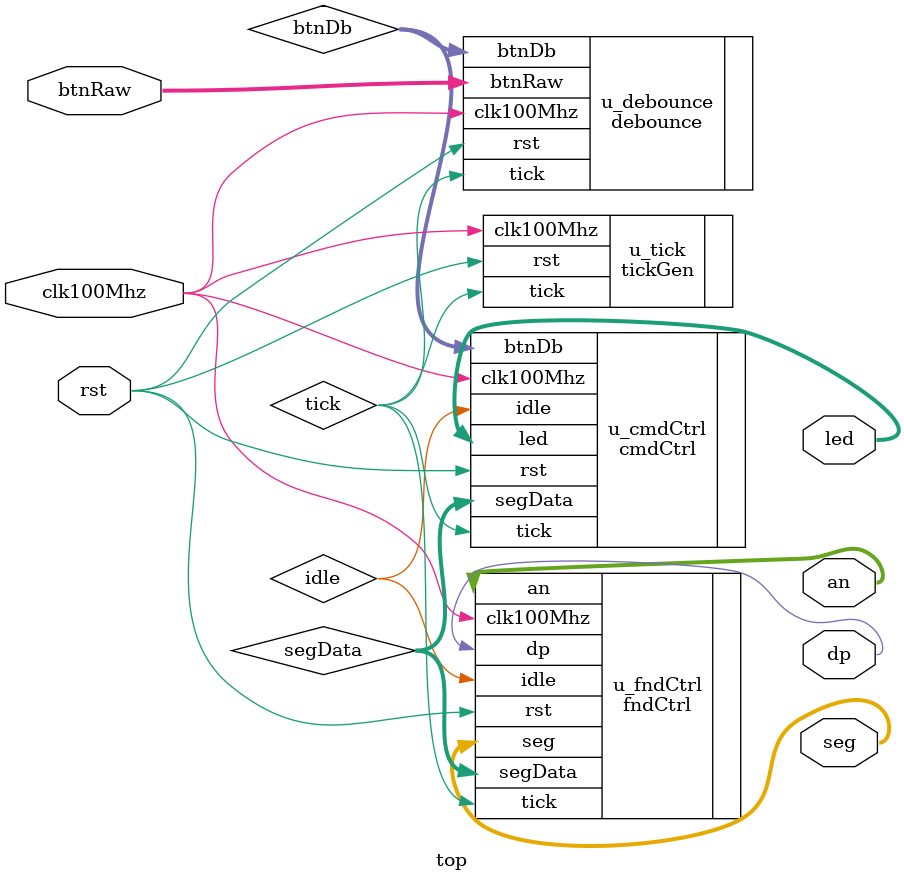
<source format=v>
module top(
    input clk100Mhz, rst,

    input [2:0] btnRaw,

    output [15:13] led,
    output   [3:0] an,
    output   [6:0] seg,
    output         dp
    );

    wire tick;
    wire [2:0] btnDb;
    wire idle;
    wire [1:0] state;
    wire [13:0] segData;
    
    tickGen #(
        .CLK_FREQ(100_000_000),
        .TICK_FREQ(1000)
    ) u_tick (.clk100Mhz(clk100Mhz), .rst(rst), .tick(tick));

    debounce u_debounce (.clk100Mhz(clk100Mhz), .rst(rst), .tick(tick), .btnRaw(btnRaw), .btnDb(btnDb));

    cmdCtrl u_cmdCtrl (.clk100Mhz(clk100Mhz), .rst(rst), .tick(tick), .btnDb(btnDb),
                       .idle(idle), .led(led), .segData(segData));

    fndCtrl u_fndCtrl (.clk100Mhz(clk100Mhz), .rst(rst), .tick(tick), .segData(segData), .idle(idle),
                       .an(an), .seg(seg), .dp(dp));

endmodule

</source>
